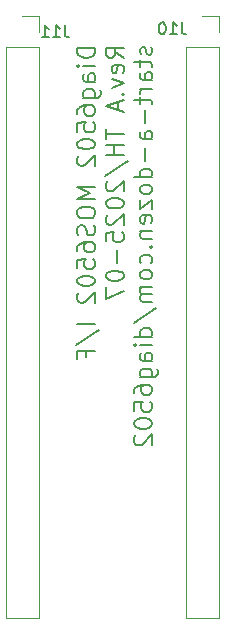
<source format=gbr>
%TF.GenerationSoftware,KiCad,Pcbnew,9.0.3*%
%TF.CreationDate,2025-07-14T16:06:07+02:00*%
%TF.ProjectId,IF-Board,49462d42-6f61-4726-942e-6b696361645f,rev?*%
%TF.SameCoordinates,Original*%
%TF.FileFunction,Legend,Bot*%
%TF.FilePolarity,Positive*%
%FSLAX46Y46*%
G04 Gerber Fmt 4.6, Leading zero omitted, Abs format (unit mm)*
G04 Created by KiCad (PCBNEW 9.0.3) date 2025-07-14 16:06:07*
%MOMM*%
%LPD*%
G01*
G04 APERTURE LIST*
%ADD10C,0.187500*%
%ADD11C,0.150000*%
%ADD12C,0.120000*%
%ADD13R,1.700000X1.700000*%
%ADD14C,1.700000*%
G04 APERTURE END LIST*
D10*
X148552846Y-76019497D02*
X147052846Y-76019497D01*
X147052846Y-76019497D02*
X147052846Y-76376640D01*
X147052846Y-76376640D02*
X147124275Y-76590926D01*
X147124275Y-76590926D02*
X147267132Y-76733783D01*
X147267132Y-76733783D02*
X147409989Y-76805212D01*
X147409989Y-76805212D02*
X147695703Y-76876640D01*
X147695703Y-76876640D02*
X147909989Y-76876640D01*
X147909989Y-76876640D02*
X148195703Y-76805212D01*
X148195703Y-76805212D02*
X148338560Y-76733783D01*
X148338560Y-76733783D02*
X148481418Y-76590926D01*
X148481418Y-76590926D02*
X148552846Y-76376640D01*
X148552846Y-76376640D02*
X148552846Y-76019497D01*
X148552846Y-77519497D02*
X147552846Y-77519497D01*
X147052846Y-77519497D02*
X147124275Y-77448069D01*
X147124275Y-77448069D02*
X147195703Y-77519497D01*
X147195703Y-77519497D02*
X147124275Y-77590926D01*
X147124275Y-77590926D02*
X147052846Y-77519497D01*
X147052846Y-77519497D02*
X147195703Y-77519497D01*
X148552846Y-78876641D02*
X147767132Y-78876641D01*
X147767132Y-78876641D02*
X147624275Y-78805212D01*
X147624275Y-78805212D02*
X147552846Y-78662355D01*
X147552846Y-78662355D02*
X147552846Y-78376641D01*
X147552846Y-78376641D02*
X147624275Y-78233783D01*
X148481418Y-78876641D02*
X148552846Y-78733783D01*
X148552846Y-78733783D02*
X148552846Y-78376641D01*
X148552846Y-78376641D02*
X148481418Y-78233783D01*
X148481418Y-78233783D02*
X148338560Y-78162355D01*
X148338560Y-78162355D02*
X148195703Y-78162355D01*
X148195703Y-78162355D02*
X148052846Y-78233783D01*
X148052846Y-78233783D02*
X147981418Y-78376641D01*
X147981418Y-78376641D02*
X147981418Y-78733783D01*
X147981418Y-78733783D02*
X147909989Y-78876641D01*
X147552846Y-80233784D02*
X148767132Y-80233784D01*
X148767132Y-80233784D02*
X148909989Y-80162355D01*
X148909989Y-80162355D02*
X148981418Y-80090926D01*
X148981418Y-80090926D02*
X149052846Y-79948069D01*
X149052846Y-79948069D02*
X149052846Y-79733784D01*
X149052846Y-79733784D02*
X148981418Y-79590926D01*
X148481418Y-80233784D02*
X148552846Y-80090926D01*
X148552846Y-80090926D02*
X148552846Y-79805212D01*
X148552846Y-79805212D02*
X148481418Y-79662355D01*
X148481418Y-79662355D02*
X148409989Y-79590926D01*
X148409989Y-79590926D02*
X148267132Y-79519498D01*
X148267132Y-79519498D02*
X147838560Y-79519498D01*
X147838560Y-79519498D02*
X147695703Y-79590926D01*
X147695703Y-79590926D02*
X147624275Y-79662355D01*
X147624275Y-79662355D02*
X147552846Y-79805212D01*
X147552846Y-79805212D02*
X147552846Y-80090926D01*
X147552846Y-80090926D02*
X147624275Y-80233784D01*
X147052846Y-81590927D02*
X147052846Y-81305212D01*
X147052846Y-81305212D02*
X147124275Y-81162355D01*
X147124275Y-81162355D02*
X147195703Y-81090927D01*
X147195703Y-81090927D02*
X147409989Y-80948069D01*
X147409989Y-80948069D02*
X147695703Y-80876641D01*
X147695703Y-80876641D02*
X148267132Y-80876641D01*
X148267132Y-80876641D02*
X148409989Y-80948069D01*
X148409989Y-80948069D02*
X148481418Y-81019498D01*
X148481418Y-81019498D02*
X148552846Y-81162355D01*
X148552846Y-81162355D02*
X148552846Y-81448069D01*
X148552846Y-81448069D02*
X148481418Y-81590927D01*
X148481418Y-81590927D02*
X148409989Y-81662355D01*
X148409989Y-81662355D02*
X148267132Y-81733784D01*
X148267132Y-81733784D02*
X147909989Y-81733784D01*
X147909989Y-81733784D02*
X147767132Y-81662355D01*
X147767132Y-81662355D02*
X147695703Y-81590927D01*
X147695703Y-81590927D02*
X147624275Y-81448069D01*
X147624275Y-81448069D02*
X147624275Y-81162355D01*
X147624275Y-81162355D02*
X147695703Y-81019498D01*
X147695703Y-81019498D02*
X147767132Y-80948069D01*
X147767132Y-80948069D02*
X147909989Y-80876641D01*
X147052846Y-83090926D02*
X147052846Y-82376640D01*
X147052846Y-82376640D02*
X147767132Y-82305212D01*
X147767132Y-82305212D02*
X147695703Y-82376640D01*
X147695703Y-82376640D02*
X147624275Y-82519498D01*
X147624275Y-82519498D02*
X147624275Y-82876640D01*
X147624275Y-82876640D02*
X147695703Y-83019498D01*
X147695703Y-83019498D02*
X147767132Y-83090926D01*
X147767132Y-83090926D02*
X147909989Y-83162355D01*
X147909989Y-83162355D02*
X148267132Y-83162355D01*
X148267132Y-83162355D02*
X148409989Y-83090926D01*
X148409989Y-83090926D02*
X148481418Y-83019498D01*
X148481418Y-83019498D02*
X148552846Y-82876640D01*
X148552846Y-82876640D02*
X148552846Y-82519498D01*
X148552846Y-82519498D02*
X148481418Y-82376640D01*
X148481418Y-82376640D02*
X148409989Y-82305212D01*
X147052846Y-84090926D02*
X147052846Y-84233783D01*
X147052846Y-84233783D02*
X147124275Y-84376640D01*
X147124275Y-84376640D02*
X147195703Y-84448069D01*
X147195703Y-84448069D02*
X147338560Y-84519497D01*
X147338560Y-84519497D02*
X147624275Y-84590926D01*
X147624275Y-84590926D02*
X147981418Y-84590926D01*
X147981418Y-84590926D02*
X148267132Y-84519497D01*
X148267132Y-84519497D02*
X148409989Y-84448069D01*
X148409989Y-84448069D02*
X148481418Y-84376640D01*
X148481418Y-84376640D02*
X148552846Y-84233783D01*
X148552846Y-84233783D02*
X148552846Y-84090926D01*
X148552846Y-84090926D02*
X148481418Y-83948069D01*
X148481418Y-83948069D02*
X148409989Y-83876640D01*
X148409989Y-83876640D02*
X148267132Y-83805211D01*
X148267132Y-83805211D02*
X147981418Y-83733783D01*
X147981418Y-83733783D02*
X147624275Y-83733783D01*
X147624275Y-83733783D02*
X147338560Y-83805211D01*
X147338560Y-83805211D02*
X147195703Y-83876640D01*
X147195703Y-83876640D02*
X147124275Y-83948069D01*
X147124275Y-83948069D02*
X147052846Y-84090926D01*
X147195703Y-85162354D02*
X147124275Y-85233782D01*
X147124275Y-85233782D02*
X147052846Y-85376640D01*
X147052846Y-85376640D02*
X147052846Y-85733782D01*
X147052846Y-85733782D02*
X147124275Y-85876640D01*
X147124275Y-85876640D02*
X147195703Y-85948068D01*
X147195703Y-85948068D02*
X147338560Y-86019497D01*
X147338560Y-86019497D02*
X147481418Y-86019497D01*
X147481418Y-86019497D02*
X147695703Y-85948068D01*
X147695703Y-85948068D02*
X148552846Y-85090925D01*
X148552846Y-85090925D02*
X148552846Y-86019497D01*
X148552846Y-87805210D02*
X147052846Y-87805210D01*
X147052846Y-87805210D02*
X148124275Y-88305210D01*
X148124275Y-88305210D02*
X147052846Y-88805210D01*
X147052846Y-88805210D02*
X148552846Y-88805210D01*
X147052846Y-89805211D02*
X147052846Y-90090925D01*
X147052846Y-90090925D02*
X147124275Y-90233782D01*
X147124275Y-90233782D02*
X147267132Y-90376639D01*
X147267132Y-90376639D02*
X147552846Y-90448068D01*
X147552846Y-90448068D02*
X148052846Y-90448068D01*
X148052846Y-90448068D02*
X148338560Y-90376639D01*
X148338560Y-90376639D02*
X148481418Y-90233782D01*
X148481418Y-90233782D02*
X148552846Y-90090925D01*
X148552846Y-90090925D02*
X148552846Y-89805211D01*
X148552846Y-89805211D02*
X148481418Y-89662354D01*
X148481418Y-89662354D02*
X148338560Y-89519496D01*
X148338560Y-89519496D02*
X148052846Y-89448068D01*
X148052846Y-89448068D02*
X147552846Y-89448068D01*
X147552846Y-89448068D02*
X147267132Y-89519496D01*
X147267132Y-89519496D02*
X147124275Y-89662354D01*
X147124275Y-89662354D02*
X147052846Y-89805211D01*
X148481418Y-91019497D02*
X148552846Y-91233783D01*
X148552846Y-91233783D02*
X148552846Y-91590925D01*
X148552846Y-91590925D02*
X148481418Y-91733783D01*
X148481418Y-91733783D02*
X148409989Y-91805211D01*
X148409989Y-91805211D02*
X148267132Y-91876640D01*
X148267132Y-91876640D02*
X148124275Y-91876640D01*
X148124275Y-91876640D02*
X147981418Y-91805211D01*
X147981418Y-91805211D02*
X147909989Y-91733783D01*
X147909989Y-91733783D02*
X147838560Y-91590925D01*
X147838560Y-91590925D02*
X147767132Y-91305211D01*
X147767132Y-91305211D02*
X147695703Y-91162354D01*
X147695703Y-91162354D02*
X147624275Y-91090925D01*
X147624275Y-91090925D02*
X147481418Y-91019497D01*
X147481418Y-91019497D02*
X147338560Y-91019497D01*
X147338560Y-91019497D02*
X147195703Y-91090925D01*
X147195703Y-91090925D02*
X147124275Y-91162354D01*
X147124275Y-91162354D02*
X147052846Y-91305211D01*
X147052846Y-91305211D02*
X147052846Y-91662354D01*
X147052846Y-91662354D02*
X147124275Y-91876640D01*
X147052846Y-93162354D02*
X147052846Y-92876639D01*
X147052846Y-92876639D02*
X147124275Y-92733782D01*
X147124275Y-92733782D02*
X147195703Y-92662354D01*
X147195703Y-92662354D02*
X147409989Y-92519496D01*
X147409989Y-92519496D02*
X147695703Y-92448068D01*
X147695703Y-92448068D02*
X148267132Y-92448068D01*
X148267132Y-92448068D02*
X148409989Y-92519496D01*
X148409989Y-92519496D02*
X148481418Y-92590925D01*
X148481418Y-92590925D02*
X148552846Y-92733782D01*
X148552846Y-92733782D02*
X148552846Y-93019496D01*
X148552846Y-93019496D02*
X148481418Y-93162354D01*
X148481418Y-93162354D02*
X148409989Y-93233782D01*
X148409989Y-93233782D02*
X148267132Y-93305211D01*
X148267132Y-93305211D02*
X147909989Y-93305211D01*
X147909989Y-93305211D02*
X147767132Y-93233782D01*
X147767132Y-93233782D02*
X147695703Y-93162354D01*
X147695703Y-93162354D02*
X147624275Y-93019496D01*
X147624275Y-93019496D02*
X147624275Y-92733782D01*
X147624275Y-92733782D02*
X147695703Y-92590925D01*
X147695703Y-92590925D02*
X147767132Y-92519496D01*
X147767132Y-92519496D02*
X147909989Y-92448068D01*
X147052846Y-94662353D02*
X147052846Y-93948067D01*
X147052846Y-93948067D02*
X147767132Y-93876639D01*
X147767132Y-93876639D02*
X147695703Y-93948067D01*
X147695703Y-93948067D02*
X147624275Y-94090925D01*
X147624275Y-94090925D02*
X147624275Y-94448067D01*
X147624275Y-94448067D02*
X147695703Y-94590925D01*
X147695703Y-94590925D02*
X147767132Y-94662353D01*
X147767132Y-94662353D02*
X147909989Y-94733782D01*
X147909989Y-94733782D02*
X148267132Y-94733782D01*
X148267132Y-94733782D02*
X148409989Y-94662353D01*
X148409989Y-94662353D02*
X148481418Y-94590925D01*
X148481418Y-94590925D02*
X148552846Y-94448067D01*
X148552846Y-94448067D02*
X148552846Y-94090925D01*
X148552846Y-94090925D02*
X148481418Y-93948067D01*
X148481418Y-93948067D02*
X148409989Y-93876639D01*
X147052846Y-95662353D02*
X147052846Y-95805210D01*
X147052846Y-95805210D02*
X147124275Y-95948067D01*
X147124275Y-95948067D02*
X147195703Y-96019496D01*
X147195703Y-96019496D02*
X147338560Y-96090924D01*
X147338560Y-96090924D02*
X147624275Y-96162353D01*
X147624275Y-96162353D02*
X147981418Y-96162353D01*
X147981418Y-96162353D02*
X148267132Y-96090924D01*
X148267132Y-96090924D02*
X148409989Y-96019496D01*
X148409989Y-96019496D02*
X148481418Y-95948067D01*
X148481418Y-95948067D02*
X148552846Y-95805210D01*
X148552846Y-95805210D02*
X148552846Y-95662353D01*
X148552846Y-95662353D02*
X148481418Y-95519496D01*
X148481418Y-95519496D02*
X148409989Y-95448067D01*
X148409989Y-95448067D02*
X148267132Y-95376638D01*
X148267132Y-95376638D02*
X147981418Y-95305210D01*
X147981418Y-95305210D02*
X147624275Y-95305210D01*
X147624275Y-95305210D02*
X147338560Y-95376638D01*
X147338560Y-95376638D02*
X147195703Y-95448067D01*
X147195703Y-95448067D02*
X147124275Y-95519496D01*
X147124275Y-95519496D02*
X147052846Y-95662353D01*
X147195703Y-96733781D02*
X147124275Y-96805209D01*
X147124275Y-96805209D02*
X147052846Y-96948067D01*
X147052846Y-96948067D02*
X147052846Y-97305209D01*
X147052846Y-97305209D02*
X147124275Y-97448067D01*
X147124275Y-97448067D02*
X147195703Y-97519495D01*
X147195703Y-97519495D02*
X147338560Y-97590924D01*
X147338560Y-97590924D02*
X147481418Y-97590924D01*
X147481418Y-97590924D02*
X147695703Y-97519495D01*
X147695703Y-97519495D02*
X148552846Y-96662352D01*
X148552846Y-96662352D02*
X148552846Y-97590924D01*
X148552846Y-99376637D02*
X147052846Y-99376637D01*
X146981418Y-101162352D02*
X148909989Y-99876638D01*
X147767132Y-102162352D02*
X147767132Y-101662352D01*
X148552846Y-101662352D02*
X147052846Y-101662352D01*
X147052846Y-101662352D02*
X147052846Y-102376638D01*
X150967762Y-76876640D02*
X150253476Y-76376640D01*
X150967762Y-76019497D02*
X149467762Y-76019497D01*
X149467762Y-76019497D02*
X149467762Y-76590926D01*
X149467762Y-76590926D02*
X149539191Y-76733783D01*
X149539191Y-76733783D02*
X149610619Y-76805212D01*
X149610619Y-76805212D02*
X149753476Y-76876640D01*
X149753476Y-76876640D02*
X149967762Y-76876640D01*
X149967762Y-76876640D02*
X150110619Y-76805212D01*
X150110619Y-76805212D02*
X150182048Y-76733783D01*
X150182048Y-76733783D02*
X150253476Y-76590926D01*
X150253476Y-76590926D02*
X150253476Y-76019497D01*
X150896334Y-78090926D02*
X150967762Y-77948069D01*
X150967762Y-77948069D02*
X150967762Y-77662355D01*
X150967762Y-77662355D02*
X150896334Y-77519497D01*
X150896334Y-77519497D02*
X150753476Y-77448069D01*
X150753476Y-77448069D02*
X150182048Y-77448069D01*
X150182048Y-77448069D02*
X150039191Y-77519497D01*
X150039191Y-77519497D02*
X149967762Y-77662355D01*
X149967762Y-77662355D02*
X149967762Y-77948069D01*
X149967762Y-77948069D02*
X150039191Y-78090926D01*
X150039191Y-78090926D02*
X150182048Y-78162355D01*
X150182048Y-78162355D02*
X150324905Y-78162355D01*
X150324905Y-78162355D02*
X150467762Y-77448069D01*
X149967762Y-78662354D02*
X150967762Y-79019497D01*
X150967762Y-79019497D02*
X149967762Y-79376640D01*
X150824905Y-79948068D02*
X150896334Y-80019497D01*
X150896334Y-80019497D02*
X150967762Y-79948068D01*
X150967762Y-79948068D02*
X150896334Y-79876640D01*
X150896334Y-79876640D02*
X150824905Y-79948068D01*
X150824905Y-79948068D02*
X150967762Y-79948068D01*
X150539191Y-80590926D02*
X150539191Y-81305212D01*
X150967762Y-80448069D02*
X149467762Y-80948069D01*
X149467762Y-80948069D02*
X150967762Y-81448069D01*
X149467762Y-82876640D02*
X149467762Y-83733783D01*
X150967762Y-83305211D02*
X149467762Y-83305211D01*
X150967762Y-84233782D02*
X149467762Y-84233782D01*
X150182048Y-84233782D02*
X150182048Y-85090925D01*
X150967762Y-85090925D02*
X149467762Y-85090925D01*
X149396334Y-86876640D02*
X151324905Y-85590926D01*
X149610619Y-87305212D02*
X149539191Y-87376640D01*
X149539191Y-87376640D02*
X149467762Y-87519498D01*
X149467762Y-87519498D02*
X149467762Y-87876640D01*
X149467762Y-87876640D02*
X149539191Y-88019498D01*
X149539191Y-88019498D02*
X149610619Y-88090926D01*
X149610619Y-88090926D02*
X149753476Y-88162355D01*
X149753476Y-88162355D02*
X149896334Y-88162355D01*
X149896334Y-88162355D02*
X150110619Y-88090926D01*
X150110619Y-88090926D02*
X150967762Y-87233783D01*
X150967762Y-87233783D02*
X150967762Y-88162355D01*
X149467762Y-89090926D02*
X149467762Y-89233783D01*
X149467762Y-89233783D02*
X149539191Y-89376640D01*
X149539191Y-89376640D02*
X149610619Y-89448069D01*
X149610619Y-89448069D02*
X149753476Y-89519497D01*
X149753476Y-89519497D02*
X150039191Y-89590926D01*
X150039191Y-89590926D02*
X150396334Y-89590926D01*
X150396334Y-89590926D02*
X150682048Y-89519497D01*
X150682048Y-89519497D02*
X150824905Y-89448069D01*
X150824905Y-89448069D02*
X150896334Y-89376640D01*
X150896334Y-89376640D02*
X150967762Y-89233783D01*
X150967762Y-89233783D02*
X150967762Y-89090926D01*
X150967762Y-89090926D02*
X150896334Y-88948069D01*
X150896334Y-88948069D02*
X150824905Y-88876640D01*
X150824905Y-88876640D02*
X150682048Y-88805211D01*
X150682048Y-88805211D02*
X150396334Y-88733783D01*
X150396334Y-88733783D02*
X150039191Y-88733783D01*
X150039191Y-88733783D02*
X149753476Y-88805211D01*
X149753476Y-88805211D02*
X149610619Y-88876640D01*
X149610619Y-88876640D02*
X149539191Y-88948069D01*
X149539191Y-88948069D02*
X149467762Y-89090926D01*
X149610619Y-90162354D02*
X149539191Y-90233782D01*
X149539191Y-90233782D02*
X149467762Y-90376640D01*
X149467762Y-90376640D02*
X149467762Y-90733782D01*
X149467762Y-90733782D02*
X149539191Y-90876640D01*
X149539191Y-90876640D02*
X149610619Y-90948068D01*
X149610619Y-90948068D02*
X149753476Y-91019497D01*
X149753476Y-91019497D02*
X149896334Y-91019497D01*
X149896334Y-91019497D02*
X150110619Y-90948068D01*
X150110619Y-90948068D02*
X150967762Y-90090925D01*
X150967762Y-90090925D02*
X150967762Y-91019497D01*
X149467762Y-92376639D02*
X149467762Y-91662353D01*
X149467762Y-91662353D02*
X150182048Y-91590925D01*
X150182048Y-91590925D02*
X150110619Y-91662353D01*
X150110619Y-91662353D02*
X150039191Y-91805211D01*
X150039191Y-91805211D02*
X150039191Y-92162353D01*
X150039191Y-92162353D02*
X150110619Y-92305211D01*
X150110619Y-92305211D02*
X150182048Y-92376639D01*
X150182048Y-92376639D02*
X150324905Y-92448068D01*
X150324905Y-92448068D02*
X150682048Y-92448068D01*
X150682048Y-92448068D02*
X150824905Y-92376639D01*
X150824905Y-92376639D02*
X150896334Y-92305211D01*
X150896334Y-92305211D02*
X150967762Y-92162353D01*
X150967762Y-92162353D02*
X150967762Y-91805211D01*
X150967762Y-91805211D02*
X150896334Y-91662353D01*
X150896334Y-91662353D02*
X150824905Y-91590925D01*
X150396334Y-93090924D02*
X150396334Y-94233782D01*
X149467762Y-95233782D02*
X149467762Y-95376639D01*
X149467762Y-95376639D02*
X149539191Y-95519496D01*
X149539191Y-95519496D02*
X149610619Y-95590925D01*
X149610619Y-95590925D02*
X149753476Y-95662353D01*
X149753476Y-95662353D02*
X150039191Y-95733782D01*
X150039191Y-95733782D02*
X150396334Y-95733782D01*
X150396334Y-95733782D02*
X150682048Y-95662353D01*
X150682048Y-95662353D02*
X150824905Y-95590925D01*
X150824905Y-95590925D02*
X150896334Y-95519496D01*
X150896334Y-95519496D02*
X150967762Y-95376639D01*
X150967762Y-95376639D02*
X150967762Y-95233782D01*
X150967762Y-95233782D02*
X150896334Y-95090925D01*
X150896334Y-95090925D02*
X150824905Y-95019496D01*
X150824905Y-95019496D02*
X150682048Y-94948067D01*
X150682048Y-94948067D02*
X150396334Y-94876639D01*
X150396334Y-94876639D02*
X150039191Y-94876639D01*
X150039191Y-94876639D02*
X149753476Y-94948067D01*
X149753476Y-94948067D02*
X149610619Y-95019496D01*
X149610619Y-95019496D02*
X149539191Y-95090925D01*
X149539191Y-95090925D02*
X149467762Y-95233782D01*
X149467762Y-96233781D02*
X149467762Y-97233781D01*
X149467762Y-97233781D02*
X150967762Y-96590924D01*
X153311250Y-75948069D02*
X153382678Y-76090926D01*
X153382678Y-76090926D02*
X153382678Y-76376640D01*
X153382678Y-76376640D02*
X153311250Y-76519497D01*
X153311250Y-76519497D02*
X153168392Y-76590926D01*
X153168392Y-76590926D02*
X153096964Y-76590926D01*
X153096964Y-76590926D02*
X152954107Y-76519497D01*
X152954107Y-76519497D02*
X152882678Y-76376640D01*
X152882678Y-76376640D02*
X152882678Y-76162355D01*
X152882678Y-76162355D02*
X152811250Y-76019497D01*
X152811250Y-76019497D02*
X152668392Y-75948069D01*
X152668392Y-75948069D02*
X152596964Y-75948069D01*
X152596964Y-75948069D02*
X152454107Y-76019497D01*
X152454107Y-76019497D02*
X152382678Y-76162355D01*
X152382678Y-76162355D02*
X152382678Y-76376640D01*
X152382678Y-76376640D02*
X152454107Y-76519497D01*
X152382678Y-77019498D02*
X152382678Y-77590926D01*
X151882678Y-77233783D02*
X153168392Y-77233783D01*
X153168392Y-77233783D02*
X153311250Y-77305212D01*
X153311250Y-77305212D02*
X153382678Y-77448069D01*
X153382678Y-77448069D02*
X153382678Y-77590926D01*
X153382678Y-78733784D02*
X152596964Y-78733784D01*
X152596964Y-78733784D02*
X152454107Y-78662355D01*
X152454107Y-78662355D02*
X152382678Y-78519498D01*
X152382678Y-78519498D02*
X152382678Y-78233784D01*
X152382678Y-78233784D02*
X152454107Y-78090926D01*
X153311250Y-78733784D02*
X153382678Y-78590926D01*
X153382678Y-78590926D02*
X153382678Y-78233784D01*
X153382678Y-78233784D02*
X153311250Y-78090926D01*
X153311250Y-78090926D02*
X153168392Y-78019498D01*
X153168392Y-78019498D02*
X153025535Y-78019498D01*
X153025535Y-78019498D02*
X152882678Y-78090926D01*
X152882678Y-78090926D02*
X152811250Y-78233784D01*
X152811250Y-78233784D02*
X152811250Y-78590926D01*
X152811250Y-78590926D02*
X152739821Y-78733784D01*
X153382678Y-79448069D02*
X152382678Y-79448069D01*
X152668392Y-79448069D02*
X152525535Y-79519498D01*
X152525535Y-79519498D02*
X152454107Y-79590927D01*
X152454107Y-79590927D02*
X152382678Y-79733784D01*
X152382678Y-79733784D02*
X152382678Y-79876641D01*
X152382678Y-80162355D02*
X152382678Y-80733783D01*
X151882678Y-80376640D02*
X153168392Y-80376640D01*
X153168392Y-80376640D02*
X153311250Y-80448069D01*
X153311250Y-80448069D02*
X153382678Y-80590926D01*
X153382678Y-80590926D02*
X153382678Y-80733783D01*
X152811250Y-81233783D02*
X152811250Y-82376641D01*
X153382678Y-83733784D02*
X152596964Y-83733784D01*
X152596964Y-83733784D02*
X152454107Y-83662355D01*
X152454107Y-83662355D02*
X152382678Y-83519498D01*
X152382678Y-83519498D02*
X152382678Y-83233784D01*
X152382678Y-83233784D02*
X152454107Y-83090926D01*
X153311250Y-83733784D02*
X153382678Y-83590926D01*
X153382678Y-83590926D02*
X153382678Y-83233784D01*
X153382678Y-83233784D02*
X153311250Y-83090926D01*
X153311250Y-83090926D02*
X153168392Y-83019498D01*
X153168392Y-83019498D02*
X153025535Y-83019498D01*
X153025535Y-83019498D02*
X152882678Y-83090926D01*
X152882678Y-83090926D02*
X152811250Y-83233784D01*
X152811250Y-83233784D02*
X152811250Y-83590926D01*
X152811250Y-83590926D02*
X152739821Y-83733784D01*
X152811250Y-84448069D02*
X152811250Y-85590927D01*
X153382678Y-86948070D02*
X151882678Y-86948070D01*
X153311250Y-86948070D02*
X153382678Y-86805212D01*
X153382678Y-86805212D02*
X153382678Y-86519498D01*
X153382678Y-86519498D02*
X153311250Y-86376641D01*
X153311250Y-86376641D02*
X153239821Y-86305212D01*
X153239821Y-86305212D02*
X153096964Y-86233784D01*
X153096964Y-86233784D02*
X152668392Y-86233784D01*
X152668392Y-86233784D02*
X152525535Y-86305212D01*
X152525535Y-86305212D02*
X152454107Y-86376641D01*
X152454107Y-86376641D02*
X152382678Y-86519498D01*
X152382678Y-86519498D02*
X152382678Y-86805212D01*
X152382678Y-86805212D02*
X152454107Y-86948070D01*
X153382678Y-87876641D02*
X153311250Y-87733784D01*
X153311250Y-87733784D02*
X153239821Y-87662355D01*
X153239821Y-87662355D02*
X153096964Y-87590927D01*
X153096964Y-87590927D02*
X152668392Y-87590927D01*
X152668392Y-87590927D02*
X152525535Y-87662355D01*
X152525535Y-87662355D02*
X152454107Y-87733784D01*
X152454107Y-87733784D02*
X152382678Y-87876641D01*
X152382678Y-87876641D02*
X152382678Y-88090927D01*
X152382678Y-88090927D02*
X152454107Y-88233784D01*
X152454107Y-88233784D02*
X152525535Y-88305213D01*
X152525535Y-88305213D02*
X152668392Y-88376641D01*
X152668392Y-88376641D02*
X153096964Y-88376641D01*
X153096964Y-88376641D02*
X153239821Y-88305213D01*
X153239821Y-88305213D02*
X153311250Y-88233784D01*
X153311250Y-88233784D02*
X153382678Y-88090927D01*
X153382678Y-88090927D02*
X153382678Y-87876641D01*
X152382678Y-88876641D02*
X152382678Y-89662356D01*
X152382678Y-89662356D02*
X153382678Y-88876641D01*
X153382678Y-88876641D02*
X153382678Y-89662356D01*
X153311250Y-90805213D02*
X153382678Y-90662356D01*
X153382678Y-90662356D02*
X153382678Y-90376642D01*
X153382678Y-90376642D02*
X153311250Y-90233784D01*
X153311250Y-90233784D02*
X153168392Y-90162356D01*
X153168392Y-90162356D02*
X152596964Y-90162356D01*
X152596964Y-90162356D02*
X152454107Y-90233784D01*
X152454107Y-90233784D02*
X152382678Y-90376642D01*
X152382678Y-90376642D02*
X152382678Y-90662356D01*
X152382678Y-90662356D02*
X152454107Y-90805213D01*
X152454107Y-90805213D02*
X152596964Y-90876642D01*
X152596964Y-90876642D02*
X152739821Y-90876642D01*
X152739821Y-90876642D02*
X152882678Y-90162356D01*
X152382678Y-91519498D02*
X153382678Y-91519498D01*
X152525535Y-91519498D02*
X152454107Y-91590927D01*
X152454107Y-91590927D02*
X152382678Y-91733784D01*
X152382678Y-91733784D02*
X152382678Y-91948070D01*
X152382678Y-91948070D02*
X152454107Y-92090927D01*
X152454107Y-92090927D02*
X152596964Y-92162356D01*
X152596964Y-92162356D02*
X153382678Y-92162356D01*
X153239821Y-92876641D02*
X153311250Y-92948070D01*
X153311250Y-92948070D02*
X153382678Y-92876641D01*
X153382678Y-92876641D02*
X153311250Y-92805213D01*
X153311250Y-92805213D02*
X153239821Y-92876641D01*
X153239821Y-92876641D02*
X153382678Y-92876641D01*
X153311250Y-94233785D02*
X153382678Y-94090927D01*
X153382678Y-94090927D02*
X153382678Y-93805213D01*
X153382678Y-93805213D02*
X153311250Y-93662356D01*
X153311250Y-93662356D02*
X153239821Y-93590927D01*
X153239821Y-93590927D02*
X153096964Y-93519499D01*
X153096964Y-93519499D02*
X152668392Y-93519499D01*
X152668392Y-93519499D02*
X152525535Y-93590927D01*
X152525535Y-93590927D02*
X152454107Y-93662356D01*
X152454107Y-93662356D02*
X152382678Y-93805213D01*
X152382678Y-93805213D02*
X152382678Y-94090927D01*
X152382678Y-94090927D02*
X152454107Y-94233785D01*
X153382678Y-95090927D02*
X153311250Y-94948070D01*
X153311250Y-94948070D02*
X153239821Y-94876641D01*
X153239821Y-94876641D02*
X153096964Y-94805213D01*
X153096964Y-94805213D02*
X152668392Y-94805213D01*
X152668392Y-94805213D02*
X152525535Y-94876641D01*
X152525535Y-94876641D02*
X152454107Y-94948070D01*
X152454107Y-94948070D02*
X152382678Y-95090927D01*
X152382678Y-95090927D02*
X152382678Y-95305213D01*
X152382678Y-95305213D02*
X152454107Y-95448070D01*
X152454107Y-95448070D02*
X152525535Y-95519499D01*
X152525535Y-95519499D02*
X152668392Y-95590927D01*
X152668392Y-95590927D02*
X153096964Y-95590927D01*
X153096964Y-95590927D02*
X153239821Y-95519499D01*
X153239821Y-95519499D02*
X153311250Y-95448070D01*
X153311250Y-95448070D02*
X153382678Y-95305213D01*
X153382678Y-95305213D02*
X153382678Y-95090927D01*
X153382678Y-96233784D02*
X152382678Y-96233784D01*
X152525535Y-96233784D02*
X152454107Y-96305213D01*
X152454107Y-96305213D02*
X152382678Y-96448070D01*
X152382678Y-96448070D02*
X152382678Y-96662356D01*
X152382678Y-96662356D02*
X152454107Y-96805213D01*
X152454107Y-96805213D02*
X152596964Y-96876642D01*
X152596964Y-96876642D02*
X153382678Y-96876642D01*
X152596964Y-96876642D02*
X152454107Y-96948070D01*
X152454107Y-96948070D02*
X152382678Y-97090927D01*
X152382678Y-97090927D02*
X152382678Y-97305213D01*
X152382678Y-97305213D02*
X152454107Y-97448070D01*
X152454107Y-97448070D02*
X152596964Y-97519499D01*
X152596964Y-97519499D02*
X153382678Y-97519499D01*
X151811250Y-99305213D02*
X153739821Y-98019499D01*
X153382678Y-100448071D02*
X151882678Y-100448071D01*
X153311250Y-100448071D02*
X153382678Y-100305213D01*
X153382678Y-100305213D02*
X153382678Y-100019499D01*
X153382678Y-100019499D02*
X153311250Y-99876642D01*
X153311250Y-99876642D02*
X153239821Y-99805213D01*
X153239821Y-99805213D02*
X153096964Y-99733785D01*
X153096964Y-99733785D02*
X152668392Y-99733785D01*
X152668392Y-99733785D02*
X152525535Y-99805213D01*
X152525535Y-99805213D02*
X152454107Y-99876642D01*
X152454107Y-99876642D02*
X152382678Y-100019499D01*
X152382678Y-100019499D02*
X152382678Y-100305213D01*
X152382678Y-100305213D02*
X152454107Y-100448071D01*
X153382678Y-101162356D02*
X152382678Y-101162356D01*
X151882678Y-101162356D02*
X151954107Y-101090928D01*
X151954107Y-101090928D02*
X152025535Y-101162356D01*
X152025535Y-101162356D02*
X151954107Y-101233785D01*
X151954107Y-101233785D02*
X151882678Y-101162356D01*
X151882678Y-101162356D02*
X152025535Y-101162356D01*
X153382678Y-102519500D02*
X152596964Y-102519500D01*
X152596964Y-102519500D02*
X152454107Y-102448071D01*
X152454107Y-102448071D02*
X152382678Y-102305214D01*
X152382678Y-102305214D02*
X152382678Y-102019500D01*
X152382678Y-102019500D02*
X152454107Y-101876642D01*
X153311250Y-102519500D02*
X153382678Y-102376642D01*
X153382678Y-102376642D02*
X153382678Y-102019500D01*
X153382678Y-102019500D02*
X153311250Y-101876642D01*
X153311250Y-101876642D02*
X153168392Y-101805214D01*
X153168392Y-101805214D02*
X153025535Y-101805214D01*
X153025535Y-101805214D02*
X152882678Y-101876642D01*
X152882678Y-101876642D02*
X152811250Y-102019500D01*
X152811250Y-102019500D02*
X152811250Y-102376642D01*
X152811250Y-102376642D02*
X152739821Y-102519500D01*
X152382678Y-103876643D02*
X153596964Y-103876643D01*
X153596964Y-103876643D02*
X153739821Y-103805214D01*
X153739821Y-103805214D02*
X153811250Y-103733785D01*
X153811250Y-103733785D02*
X153882678Y-103590928D01*
X153882678Y-103590928D02*
X153882678Y-103376643D01*
X153882678Y-103376643D02*
X153811250Y-103233785D01*
X153311250Y-103876643D02*
X153382678Y-103733785D01*
X153382678Y-103733785D02*
X153382678Y-103448071D01*
X153382678Y-103448071D02*
X153311250Y-103305214D01*
X153311250Y-103305214D02*
X153239821Y-103233785D01*
X153239821Y-103233785D02*
X153096964Y-103162357D01*
X153096964Y-103162357D02*
X152668392Y-103162357D01*
X152668392Y-103162357D02*
X152525535Y-103233785D01*
X152525535Y-103233785D02*
X152454107Y-103305214D01*
X152454107Y-103305214D02*
X152382678Y-103448071D01*
X152382678Y-103448071D02*
X152382678Y-103733785D01*
X152382678Y-103733785D02*
X152454107Y-103876643D01*
X151882678Y-105233786D02*
X151882678Y-104948071D01*
X151882678Y-104948071D02*
X151954107Y-104805214D01*
X151954107Y-104805214D02*
X152025535Y-104733786D01*
X152025535Y-104733786D02*
X152239821Y-104590928D01*
X152239821Y-104590928D02*
X152525535Y-104519500D01*
X152525535Y-104519500D02*
X153096964Y-104519500D01*
X153096964Y-104519500D02*
X153239821Y-104590928D01*
X153239821Y-104590928D02*
X153311250Y-104662357D01*
X153311250Y-104662357D02*
X153382678Y-104805214D01*
X153382678Y-104805214D02*
X153382678Y-105090928D01*
X153382678Y-105090928D02*
X153311250Y-105233786D01*
X153311250Y-105233786D02*
X153239821Y-105305214D01*
X153239821Y-105305214D02*
X153096964Y-105376643D01*
X153096964Y-105376643D02*
X152739821Y-105376643D01*
X152739821Y-105376643D02*
X152596964Y-105305214D01*
X152596964Y-105305214D02*
X152525535Y-105233786D01*
X152525535Y-105233786D02*
X152454107Y-105090928D01*
X152454107Y-105090928D02*
X152454107Y-104805214D01*
X152454107Y-104805214D02*
X152525535Y-104662357D01*
X152525535Y-104662357D02*
X152596964Y-104590928D01*
X152596964Y-104590928D02*
X152739821Y-104519500D01*
X151882678Y-106733785D02*
X151882678Y-106019499D01*
X151882678Y-106019499D02*
X152596964Y-105948071D01*
X152596964Y-105948071D02*
X152525535Y-106019499D01*
X152525535Y-106019499D02*
X152454107Y-106162357D01*
X152454107Y-106162357D02*
X152454107Y-106519499D01*
X152454107Y-106519499D02*
X152525535Y-106662357D01*
X152525535Y-106662357D02*
X152596964Y-106733785D01*
X152596964Y-106733785D02*
X152739821Y-106805214D01*
X152739821Y-106805214D02*
X153096964Y-106805214D01*
X153096964Y-106805214D02*
X153239821Y-106733785D01*
X153239821Y-106733785D02*
X153311250Y-106662357D01*
X153311250Y-106662357D02*
X153382678Y-106519499D01*
X153382678Y-106519499D02*
X153382678Y-106162357D01*
X153382678Y-106162357D02*
X153311250Y-106019499D01*
X153311250Y-106019499D02*
X153239821Y-105948071D01*
X151882678Y-107733785D02*
X151882678Y-107876642D01*
X151882678Y-107876642D02*
X151954107Y-108019499D01*
X151954107Y-108019499D02*
X152025535Y-108090928D01*
X152025535Y-108090928D02*
X152168392Y-108162356D01*
X152168392Y-108162356D02*
X152454107Y-108233785D01*
X152454107Y-108233785D02*
X152811250Y-108233785D01*
X152811250Y-108233785D02*
X153096964Y-108162356D01*
X153096964Y-108162356D02*
X153239821Y-108090928D01*
X153239821Y-108090928D02*
X153311250Y-108019499D01*
X153311250Y-108019499D02*
X153382678Y-107876642D01*
X153382678Y-107876642D02*
X153382678Y-107733785D01*
X153382678Y-107733785D02*
X153311250Y-107590928D01*
X153311250Y-107590928D02*
X153239821Y-107519499D01*
X153239821Y-107519499D02*
X153096964Y-107448070D01*
X153096964Y-107448070D02*
X152811250Y-107376642D01*
X152811250Y-107376642D02*
X152454107Y-107376642D01*
X152454107Y-107376642D02*
X152168392Y-107448070D01*
X152168392Y-107448070D02*
X152025535Y-107519499D01*
X152025535Y-107519499D02*
X151954107Y-107590928D01*
X151954107Y-107590928D02*
X151882678Y-107733785D01*
X152025535Y-108805213D02*
X151954107Y-108876641D01*
X151954107Y-108876641D02*
X151882678Y-109019499D01*
X151882678Y-109019499D02*
X151882678Y-109376641D01*
X151882678Y-109376641D02*
X151954107Y-109519499D01*
X151954107Y-109519499D02*
X152025535Y-109590927D01*
X152025535Y-109590927D02*
X152168392Y-109662356D01*
X152168392Y-109662356D02*
X152311250Y-109662356D01*
X152311250Y-109662356D02*
X152525535Y-109590927D01*
X152525535Y-109590927D02*
X153382678Y-108733784D01*
X153382678Y-108733784D02*
X153382678Y-109662356D01*
D11*
X146003523Y-74104819D02*
X146003523Y-74819104D01*
X146003523Y-74819104D02*
X146051142Y-74961961D01*
X146051142Y-74961961D02*
X146146380Y-75057200D01*
X146146380Y-75057200D02*
X146289237Y-75104819D01*
X146289237Y-75104819D02*
X146384475Y-75104819D01*
X145003523Y-75104819D02*
X145574951Y-75104819D01*
X145289237Y-75104819D02*
X145289237Y-74104819D01*
X145289237Y-74104819D02*
X145384475Y-74247676D01*
X145384475Y-74247676D02*
X145479713Y-74342914D01*
X145479713Y-74342914D02*
X145574951Y-74390533D01*
X144051142Y-75104819D02*
X144622570Y-75104819D01*
X144336856Y-75104819D02*
X144336856Y-74104819D01*
X144336856Y-74104819D02*
X144432094Y-74247676D01*
X144432094Y-74247676D02*
X144527332Y-74342914D01*
X144527332Y-74342914D02*
X144622570Y-74390533D01*
X155909523Y-73850819D02*
X155909523Y-74565104D01*
X155909523Y-74565104D02*
X155957142Y-74707961D01*
X155957142Y-74707961D02*
X156052380Y-74803200D01*
X156052380Y-74803200D02*
X156195237Y-74850819D01*
X156195237Y-74850819D02*
X156290475Y-74850819D01*
X154909523Y-74850819D02*
X155480951Y-74850819D01*
X155195237Y-74850819D02*
X155195237Y-73850819D01*
X155195237Y-73850819D02*
X155290475Y-73993676D01*
X155290475Y-73993676D02*
X155385713Y-74088914D01*
X155385713Y-74088914D02*
X155480951Y-74136533D01*
X154290475Y-73850819D02*
X154195237Y-73850819D01*
X154195237Y-73850819D02*
X154099999Y-73898438D01*
X154099999Y-73898438D02*
X154052380Y-73946057D01*
X154052380Y-73946057D02*
X154004761Y-74041295D01*
X154004761Y-74041295D02*
X153957142Y-74231771D01*
X153957142Y-74231771D02*
X153957142Y-74469866D01*
X153957142Y-74469866D02*
X154004761Y-74660342D01*
X154004761Y-74660342D02*
X154052380Y-74755580D01*
X154052380Y-74755580D02*
X154099999Y-74803200D01*
X154099999Y-74803200D02*
X154195237Y-74850819D01*
X154195237Y-74850819D02*
X154290475Y-74850819D01*
X154290475Y-74850819D02*
X154385713Y-74803200D01*
X154385713Y-74803200D02*
X154433332Y-74755580D01*
X154433332Y-74755580D02*
X154480951Y-74660342D01*
X154480951Y-74660342D02*
X154528570Y-74469866D01*
X154528570Y-74469866D02*
X154528570Y-74231771D01*
X154528570Y-74231771D02*
X154480951Y-74041295D01*
X154480951Y-74041295D02*
X154433332Y-73946057D01*
X154433332Y-73946057D02*
X154385713Y-73898438D01*
X154385713Y-73898438D02*
X154290475Y-73850819D01*
D12*
%TO.C,J11*%
X141020000Y-75920000D02*
X141020000Y-124290000D01*
X143780000Y-73270000D02*
X142400000Y-73270000D01*
X143780000Y-74650000D02*
X143780000Y-73270000D01*
X143780000Y-75920000D02*
X141020000Y-75920000D01*
X143780000Y-75920000D02*
X143780000Y-124290000D01*
X143780000Y-124290000D02*
X141020000Y-124290000D01*
%TO.C,J10*%
X156260000Y-75920000D02*
X156260000Y-124290000D01*
X159020000Y-73270000D02*
X157640000Y-73270000D01*
X159020000Y-74650000D02*
X159020000Y-73270000D01*
X159020000Y-75920000D02*
X156260000Y-75920000D01*
X159020000Y-75920000D02*
X159020000Y-124290000D01*
X159020000Y-124290000D02*
X156260000Y-124290000D01*
%TD*%
%LPC*%
D13*
%TO.C,J8*%
X157640000Y-125450000D03*
D14*
X155100000Y-125450000D03*
%TD*%
D13*
%TO.C,J4*%
X162720000Y-74650000D03*
D14*
X162720000Y-77190000D03*
X162720000Y-79730000D03*
X162720000Y-82270000D03*
X162720000Y-84810000D03*
X162720000Y-87350000D03*
X162720000Y-89890000D03*
X162720000Y-92430000D03*
X162720000Y-94970000D03*
X162720000Y-97510000D03*
X162720000Y-100050000D03*
X162720000Y-102590000D03*
X162720000Y-105130000D03*
X162720000Y-107670000D03*
X162720000Y-110210000D03*
X162720000Y-112750000D03*
X162720000Y-115290000D03*
X162720000Y-117830000D03*
X162720000Y-120370000D03*
X162720000Y-122910000D03*
%TD*%
D13*
%TO.C,J2*%
X137320000Y-74650000D03*
D14*
X137320000Y-77190000D03*
X137320000Y-79730000D03*
X137320000Y-82270000D03*
X137320000Y-84810000D03*
X137320000Y-87350000D03*
X137320000Y-89890000D03*
X137320000Y-92430000D03*
X137320000Y-94970000D03*
X137320000Y-97510000D03*
X137320000Y-100050000D03*
X137320000Y-102590000D03*
X137320000Y-105130000D03*
X137320000Y-107670000D03*
X137320000Y-110210000D03*
X137320000Y-112750000D03*
X137320000Y-115290000D03*
X137320000Y-117830000D03*
X137320000Y-120370000D03*
X137320000Y-122910000D03*
%TD*%
D13*
%TO.C,J11*%
X142400000Y-74650000D03*
D14*
X142400000Y-77190000D03*
X142400000Y-79730000D03*
X142400000Y-82270000D03*
X142400000Y-84810000D03*
X142400000Y-87350000D03*
X142400000Y-89890000D03*
X142400000Y-92430000D03*
X142400000Y-94970000D03*
X142400000Y-97510000D03*
X142400000Y-100050000D03*
X142400000Y-102590000D03*
X142400000Y-105130000D03*
X142400000Y-107670000D03*
X142400000Y-110210000D03*
X142400000Y-112750000D03*
X142400000Y-115290000D03*
X142400000Y-117830000D03*
X142400000Y-120370000D03*
X142400000Y-122910000D03*
%TD*%
D13*
%TO.C,J10*%
X157640000Y-74650000D03*
D14*
X157640000Y-77190000D03*
X157640000Y-79730000D03*
X157640000Y-82270000D03*
X157640000Y-84810000D03*
X157640000Y-87350000D03*
X157640000Y-89890000D03*
X157640000Y-92430000D03*
X157640000Y-94970000D03*
X157640000Y-97510000D03*
X157640000Y-100050000D03*
X157640000Y-102590000D03*
X157640000Y-105130000D03*
X157640000Y-107670000D03*
X157640000Y-110210000D03*
X157640000Y-112750000D03*
X157640000Y-115290000D03*
X157640000Y-117830000D03*
X157640000Y-120370000D03*
X157640000Y-122910000D03*
%TD*%
%LPD*%
M02*

</source>
